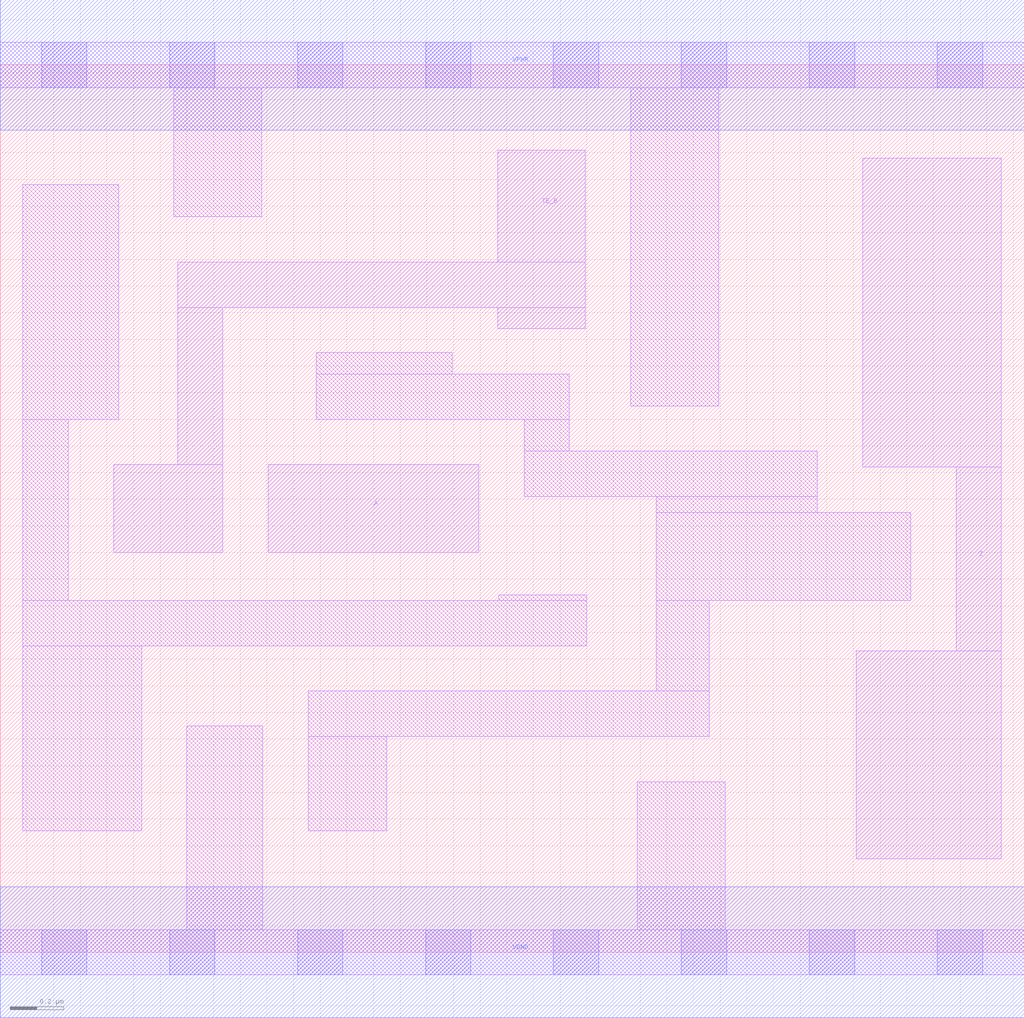
<source format=lef>
# Copyright 2020 The SkyWater PDK Authors
#
# Licensed under the Apache License, Version 2.0 (the "License");
# you may not use this file except in compliance with the License.
# You may obtain a copy of the License at
#
#     https://www.apache.org/licenses/LICENSE-2.0
#
# Unless required by applicable law or agreed to in writing, software
# distributed under the License is distributed on an "AS IS" BASIS,
# WITHOUT WARRANTIES OR CONDITIONS OF ANY KIND, either express or implied.
# See the License for the specific language governing permissions and
# limitations under the License.
#
# SPDX-License-Identifier: Apache-2.0

VERSION 5.7 ;
  NAMESCASESENSITIVE ON ;
  NOWIREEXTENSIONATPIN ON ;
  DIVIDERCHAR "/" ;
  BUSBITCHARS "[]" ;
UNITS
  DATABASE MICRONS 200 ;
END UNITS
MACRO sky130_fd_sc_hs__ebufn_1
  CLASS CORE ;
  SOURCE USER ;
  FOREIGN sky130_fd_sc_hs__ebufn_1 ;
  ORIGIN  0.000000  0.000000 ;
  SIZE  3.840000 BY  3.330000 ;
  SYMMETRY X Y ;
  SITE unit ;
  PIN A
    ANTENNAGATEAREA  0.208500 ;
    DIRECTION INPUT ;
    USE SIGNAL ;
    PORT
      LAYER li1 ;
        RECT 1.005000 1.500000 1.795000 1.830000 ;
    END
  END A
  PIN TE_B
    ANTENNAGATEAREA  0.376500 ;
    DIRECTION INPUT ;
    USE SIGNAL ;
    PORT
      LAYER li1 ;
        RECT 0.425000 1.500000 0.835000 1.830000 ;
        RECT 0.665000 1.830000 0.835000 2.420000 ;
        RECT 0.665000 2.420000 2.195000 2.590000 ;
        RECT 1.865000 2.340000 2.195000 2.420000 ;
        RECT 1.865000 2.590000 2.195000 3.010000 ;
    END
  END TE_B
  PIN Z
    ANTENNADIFFAREA  0.541300 ;
    DIRECTION OUTPUT ;
    USE SIGNAL ;
    PORT
      LAYER li1 ;
        RECT 3.210000 0.350000 3.755000 1.130000 ;
        RECT 3.235000 1.820000 3.755000 2.980000 ;
        RECT 3.585000 1.130000 3.755000 1.820000 ;
    END
  END Z
  PIN VGND
    DIRECTION INOUT ;
    USE GROUND ;
    PORT
      LAYER met1 ;
        RECT 0.000000 -0.245000 3.840000 0.245000 ;
    END
  END VGND
  PIN VPWR
    DIRECTION INOUT ;
    USE POWER ;
    PORT
      LAYER met1 ;
        RECT 0.000000 3.085000 3.840000 3.575000 ;
    END
  END VPWR
  OBS
    LAYER li1 ;
      RECT 0.000000 -0.085000 3.840000 0.085000 ;
      RECT 0.000000  3.245000 3.840000 3.415000 ;
      RECT 0.085000  0.455000 0.530000 1.150000 ;
      RECT 0.085000  1.150000 2.200000 1.320000 ;
      RECT 0.085000  1.320000 0.255000 2.000000 ;
      RECT 0.085000  2.000000 0.445000 2.880000 ;
      RECT 0.650000  2.760000 0.980000 3.245000 ;
      RECT 0.700000  0.085000 0.985000 0.850000 ;
      RECT 1.155000  0.455000 1.450000 0.810000 ;
      RECT 1.155000  0.810000 2.660000 0.980000 ;
      RECT 1.185000  2.000000 2.135000 2.170000 ;
      RECT 1.185000  2.170000 1.695000 2.250000 ;
      RECT 1.870000  1.320000 2.200000 1.340000 ;
      RECT 1.965000  1.710000 3.065000 1.880000 ;
      RECT 1.965000  1.880000 2.135000 2.000000 ;
      RECT 2.365000  2.050000 2.695000 3.245000 ;
      RECT 2.390000  0.085000 2.720000 0.640000 ;
      RECT 2.460000  0.980000 2.660000 1.320000 ;
      RECT 2.460000  1.320000 3.415000 1.650000 ;
      RECT 2.460000  1.650000 3.065000 1.710000 ;
    LAYER mcon ;
      RECT 0.155000 -0.085000 0.325000 0.085000 ;
      RECT 0.155000  3.245000 0.325000 3.415000 ;
      RECT 0.635000 -0.085000 0.805000 0.085000 ;
      RECT 0.635000  3.245000 0.805000 3.415000 ;
      RECT 1.115000 -0.085000 1.285000 0.085000 ;
      RECT 1.115000  3.245000 1.285000 3.415000 ;
      RECT 1.595000 -0.085000 1.765000 0.085000 ;
      RECT 1.595000  3.245000 1.765000 3.415000 ;
      RECT 2.075000 -0.085000 2.245000 0.085000 ;
      RECT 2.075000  3.245000 2.245000 3.415000 ;
      RECT 2.555000 -0.085000 2.725000 0.085000 ;
      RECT 2.555000  3.245000 2.725000 3.415000 ;
      RECT 3.035000 -0.085000 3.205000 0.085000 ;
      RECT 3.035000  3.245000 3.205000 3.415000 ;
      RECT 3.515000 -0.085000 3.685000 0.085000 ;
      RECT 3.515000  3.245000 3.685000 3.415000 ;
  END
END sky130_fd_sc_hs__ebufn_1

</source>
